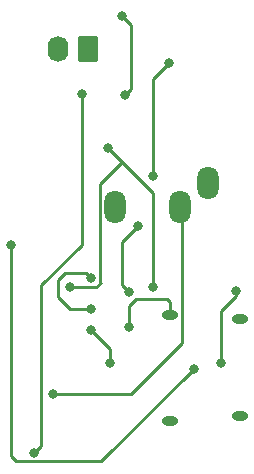
<source format=gbr>
%TF.GenerationSoftware,KiCad,Pcbnew,6.0.11-2627ca5db0~126~ubuntu20.04.1*%
%TF.CreationDate,2023-04-04T23:53:03+02:00*%
%TF.ProjectId,PCB chowndolo,50434220-6368-46f7-976e-646f6c6f2e6b,rev?*%
%TF.SameCoordinates,Original*%
%TF.FileFunction,Copper,L2,Bot*%
%TF.FilePolarity,Positive*%
%FSLAX46Y46*%
G04 Gerber Fmt 4.6, Leading zero omitted, Abs format (unit mm)*
G04 Created by KiCad (PCBNEW 6.0.11-2627ca5db0~126~ubuntu20.04.1) date 2023-04-04 23:53:03*
%MOMM*%
%LPD*%
G01*
G04 APERTURE LIST*
G04 Aperture macros list*
%AMRoundRect*
0 Rectangle with rounded corners*
0 $1 Rounding radius*
0 $2 $3 $4 $5 $6 $7 $8 $9 X,Y pos of 4 corners*
0 Add a 4 corners polygon primitive as box body*
4,1,4,$2,$3,$4,$5,$6,$7,$8,$9,$2,$3,0*
0 Add four circle primitives for the rounded corners*
1,1,$1+$1,$2,$3*
1,1,$1+$1,$4,$5*
1,1,$1+$1,$6,$7*
1,1,$1+$1,$8,$9*
0 Add four rect primitives between the rounded corners*
20,1,$1+$1,$2,$3,$4,$5,0*
20,1,$1+$1,$4,$5,$6,$7,0*
20,1,$1+$1,$6,$7,$8,$9,0*
20,1,$1+$1,$8,$9,$2,$3,0*%
G04 Aperture macros list end*
%TA.AperFunction,ComponentPad*%
%ADD10O,1.800000X2.800000*%
%TD*%
%TA.AperFunction,ComponentPad*%
%ADD11O,1.400000X0.800000*%
%TD*%
%TA.AperFunction,ComponentPad*%
%ADD12RoundRect,0.250000X0.620000X0.845000X-0.620000X0.845000X-0.620000X-0.845000X0.620000X-0.845000X0*%
%TD*%
%TA.AperFunction,ComponentPad*%
%ADD13O,1.740000X2.190000*%
%TD*%
%TA.AperFunction,ViaPad*%
%ADD14C,0.800000*%
%TD*%
%TA.AperFunction,Conductor*%
%ADD15C,0.250000*%
%TD*%
G04 APERTURE END LIST*
D10*
%TO.P,J3,R*%
%TO.N,N/C*%
X131000000Y-81200000D03*
%TO.P,J3,S*%
%TO.N,GND*%
X138900000Y-79200000D03*
%TO.P,J3,T*%
%TO.N,/OUTPUT0*%
X136500000Y-81200000D03*
%TD*%
D11*
%TO.P,J1,S1,SHIELD*%
%TO.N,GND*%
X141590000Y-90670000D03*
X141590000Y-98930000D03*
X135640000Y-99290000D03*
X135640000Y-90310000D03*
%TD*%
D12*
%TO.P,J2,1,Pin_1*%
%TO.N,/INPUT0*%
X128740000Y-67800000D03*
D13*
%TO.P,J2,2,Pin_2*%
%TO.N,GND*%
X126200000Y-67800000D03*
%TD*%
D14*
%TO.N,+5V*%
X122200000Y-84400000D03*
X137700000Y-94900000D03*
%TO.N,GND*%
X132200000Y-91400000D03*
%TO.N,Net-(C4-Pad1)*%
X129000000Y-87200000D03*
X129000000Y-89800000D03*
%TO.N,Net-(C5-Pad1)*%
X129000000Y-91600000D03*
X130600000Y-94400000D03*
%TO.N,-5V*%
X131600000Y-65000000D03*
X131900000Y-71700000D03*
X134200000Y-88000000D03*
X127200000Y-88000000D03*
X130400000Y-76200000D03*
%TO.N,/OUTPUT0*%
X134200000Y-78600000D03*
X135600000Y-69000000D03*
X125800000Y-97000000D03*
%TO.N,Net-(J1-PadB5)*%
X140000000Y-94400000D03*
X141250000Y-88350000D03*
%TO.N,/INPUT0*%
X128200000Y-71600000D03*
X124200000Y-102000000D03*
%TO.N,Net-(R5-Pad1)*%
X133000000Y-82800000D03*
X132200000Y-88400000D03*
%TD*%
D15*
%TO.N,+5V*%
X122200000Y-102250000D02*
X122675000Y-102725000D01*
X129875000Y-102725000D02*
X137700000Y-94900000D01*
X122200000Y-84400000D02*
X122200000Y-102250000D01*
X137700000Y-94900000D02*
X137800000Y-94800000D01*
X122675000Y-102725000D02*
X129875000Y-102725000D01*
%TO.N,GND*%
X135400000Y-89000000D02*
X135640000Y-89240000D01*
X132200000Y-89600000D02*
X132800000Y-89000000D01*
X132200000Y-91400000D02*
X132200000Y-89600000D01*
X135640000Y-89240000D02*
X135640000Y-90310000D01*
X132800000Y-89000000D02*
X135400000Y-89000000D01*
%TO.N,Net-(C4-Pad1)*%
X128600000Y-86800000D02*
X129000000Y-87200000D01*
X129000000Y-89800000D02*
X127200000Y-89800000D01*
X127200000Y-89800000D02*
X126200000Y-88800000D01*
X126200000Y-87400000D02*
X126800000Y-86800000D01*
X126200000Y-88800000D02*
X126200000Y-87400000D01*
X126800000Y-86800000D02*
X128600000Y-86800000D01*
%TO.N,Net-(C5-Pad1)*%
X129000000Y-91600000D02*
X130600000Y-93200000D01*
X130600000Y-93200000D02*
X130600000Y-94400000D01*
%TO.N,-5V*%
X132400000Y-71200000D02*
X131900000Y-71700000D01*
X129775000Y-79225000D02*
X131600000Y-77400000D01*
X129400000Y-88000000D02*
X129800000Y-87600000D01*
X131600000Y-65000000D02*
X132400000Y-65800000D01*
X129800000Y-87600000D02*
X129775000Y-87575000D01*
X132400000Y-65800000D02*
X132400000Y-71200000D01*
X131900000Y-71700000D02*
X131800000Y-71800000D01*
X130400000Y-76200000D02*
X131600000Y-77400000D01*
X127200000Y-88000000D02*
X129400000Y-88000000D01*
X131600000Y-77400000D02*
X134200000Y-80000000D01*
X134200000Y-80000000D02*
X134200000Y-88000000D01*
X129775000Y-87575000D02*
X129775000Y-79225000D01*
%TO.N,/OUTPUT0*%
X134200000Y-70400000D02*
X135600000Y-69000000D01*
X136665000Y-81365000D02*
X136665000Y-92735000D01*
X136500000Y-81200000D02*
X136665000Y-81365000D01*
X134200000Y-78600000D02*
X134200000Y-70400000D01*
X132400000Y-97000000D02*
X125800000Y-97000000D01*
X136665000Y-92735000D02*
X132400000Y-97000000D01*
%TO.N,Net-(J1-PadB5)*%
X141250000Y-88350000D02*
X141250000Y-88750000D01*
X141250000Y-88750000D02*
X140000000Y-90000000D01*
X140000000Y-90000000D02*
X140000000Y-94400000D01*
%TO.N,/INPUT0*%
X128200000Y-84400000D02*
X124800000Y-87800000D01*
X124800000Y-101400000D02*
X124200000Y-102000000D01*
X124800000Y-87800000D02*
X124800000Y-101400000D01*
X128200000Y-71600000D02*
X128200000Y-84400000D01*
%TO.N,Net-(R5-Pad1)*%
X131600000Y-84200000D02*
X131600000Y-87800000D01*
X133000000Y-82800000D02*
X131600000Y-84200000D01*
X131600000Y-87800000D02*
X132200000Y-88400000D01*
%TD*%
M02*

</source>
